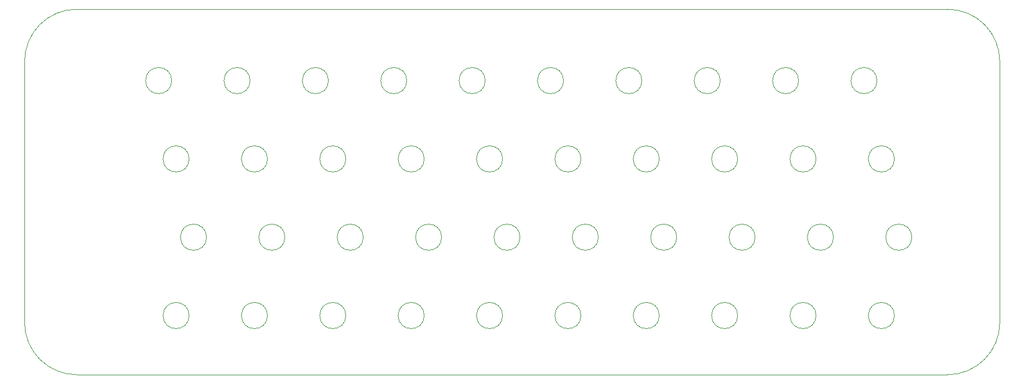
<source format=gm1>
G04 #@! TF.GenerationSoftware,KiCad,Pcbnew,(5.1.2-1)-1*
G04 #@! TF.CreationDate,2023-07-30T19:34:21+02:00*
G04 #@! TF.ProjectId,overlay5x8,6f766572-6c61-4793-9578-382e6b696361,rev?*
G04 #@! TF.SameCoordinates,Original*
G04 #@! TF.FileFunction,Profile,NP*
%FSLAX46Y46*%
G04 Gerber Fmt 4.6, Leading zero omitted, Abs format (unit mm)*
G04 Created by KiCad (PCBNEW (5.1.2-1)-1) date 2023-07-30 19:34:21*
%MOMM*%
%LPD*%
G04 APERTURE LIST*
%ADD10C,0.050000*%
G04 APERTURE END LIST*
D10*
X138303000Y-101854000D02*
G75*
G03X138303000Y-101854000I-1905000J0D01*
G01*
X126873000Y-101854000D02*
G75*
G03X126873000Y-101854000I-1905000J0D01*
G01*
X58293000Y-124714000D02*
G75*
G03X58293000Y-124714000I-1905000J0D01*
G01*
X69723000Y-124714000D02*
G75*
G03X69723000Y-124714000I-1905000J0D01*
G01*
X81153000Y-124714000D02*
G75*
G03X81153000Y-124714000I-1905000J0D01*
G01*
X92583000Y-124714000D02*
G75*
G03X92583000Y-124714000I-1905000J0D01*
G01*
X104013000Y-124714000D02*
G75*
G03X104013000Y-124714000I-1905000J0D01*
G01*
X115443000Y-124714000D02*
G75*
G03X115443000Y-124714000I-1905000J0D01*
G01*
X126873000Y-124714000D02*
G75*
G03X126873000Y-124714000I-1905000J0D01*
G01*
X138303000Y-124714000D02*
G75*
G03X138303000Y-124714000I-1905000J0D01*
G01*
X149733000Y-124714000D02*
G75*
G03X149733000Y-124714000I-1905000J0D01*
G01*
X161163000Y-124714000D02*
G75*
G03X161163000Y-124714000I-1905000J0D01*
G01*
X163703000Y-113284000D02*
G75*
G03X163703000Y-113284000I-1905000J0D01*
G01*
X152273000Y-113284000D02*
G75*
G03X152273000Y-113284000I-1905000J0D01*
G01*
X140843000Y-113284000D02*
G75*
G03X140843000Y-113284000I-1905000J0D01*
G01*
X129413000Y-113284000D02*
G75*
G03X129413000Y-113284000I-1905000J0D01*
G01*
X117983000Y-113284000D02*
G75*
G03X117983000Y-113284000I-1905000J0D01*
G01*
X106553000Y-113284000D02*
G75*
G03X106553000Y-113284000I-1905000J0D01*
G01*
X95123000Y-113284000D02*
G75*
G03X95123000Y-113284000I-1905000J0D01*
G01*
X83693000Y-113284000D02*
G75*
G03X83693000Y-113284000I-1905000J0D01*
G01*
X72263000Y-113284000D02*
G75*
G03X72263000Y-113284000I-1905000J0D01*
G01*
X60833000Y-113284000D02*
G75*
G03X60833000Y-113284000I-1905000J0D01*
G01*
X69723000Y-101854000D02*
G75*
G03X69723000Y-101854000I-1905000J0D01*
G01*
X81153000Y-101854000D02*
G75*
G03X81153000Y-101854000I-1905000J0D01*
G01*
X92583000Y-101854000D02*
G75*
G03X92583000Y-101854000I-1905000J0D01*
G01*
X104013000Y-101854000D02*
G75*
G03X104013000Y-101854000I-1905000J0D01*
G01*
X115443000Y-101854000D02*
G75*
G03X115443000Y-101854000I-1905000J0D01*
G01*
X149733000Y-101854000D02*
G75*
G03X149733000Y-101854000I-1905000J0D01*
G01*
X161163000Y-101854000D02*
G75*
G03X161163000Y-101854000I-1905000J0D01*
G01*
X158623000Y-90424000D02*
G75*
G03X158623000Y-90424000I-1905000J0D01*
G01*
X147193000Y-90424000D02*
G75*
G03X147193000Y-90424000I-1905000J0D01*
G01*
X135763000Y-90424000D02*
G75*
G03X135763000Y-90424000I-1905000J0D01*
G01*
X124333000Y-90424000D02*
G75*
G03X124333000Y-90424000I-1905000J0D01*
G01*
X112903000Y-90424000D02*
G75*
G03X112903000Y-90424000I-1905000J0D01*
G01*
X101473000Y-90424000D02*
G75*
G03X101473000Y-90424000I-1905000J0D01*
G01*
X90043000Y-90424000D02*
G75*
G03X90043000Y-90424000I-1905000J0D01*
G01*
X78613000Y-90424000D02*
G75*
G03X78613000Y-90424000I-1905000J0D01*
G01*
X67183000Y-90424000D02*
G75*
G03X67183000Y-90424000I-1905000J0D01*
G01*
X55753000Y-90424000D02*
G75*
G03X55753000Y-90424000I-1905000J0D01*
G01*
X168910000Y-133350000D02*
X41910000Y-133350000D01*
X176530000Y-87630000D02*
X176530000Y-125730000D01*
X41910000Y-80010000D02*
X168910000Y-80010000D01*
X168910000Y-80010000D02*
G75*
G02X176530000Y-87630000I0J-7620000D01*
G01*
X176530000Y-125730000D02*
G75*
G02X168910000Y-133350000I-7620000J0D01*
G01*
X41910000Y-133350000D02*
G75*
G02X34290000Y-125730000I0J7620000D01*
G01*
X34290000Y-87630000D02*
G75*
G02X41910000Y-80010000I7620000J0D01*
G01*
X58293000Y-101854000D02*
G75*
G03X58293000Y-101854000I-1905000J0D01*
G01*
X34290000Y-125730000D02*
X34290000Y-87630000D01*
M02*

</source>
